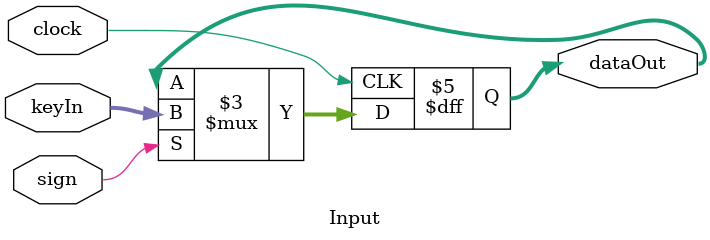
<source format=v>
module Input(
	clock	,
	sign	,
	keyIn	,
	dataOut
);

	input clock;
	input sign;
	input [15:0] keyIn;
	
	output reg[15:0] dataOut;
	
	always@(posedge clock) begin
	
		if(sign) begin
			dataOut = keyIn;
		end
		
	end

endmodule 

</source>
